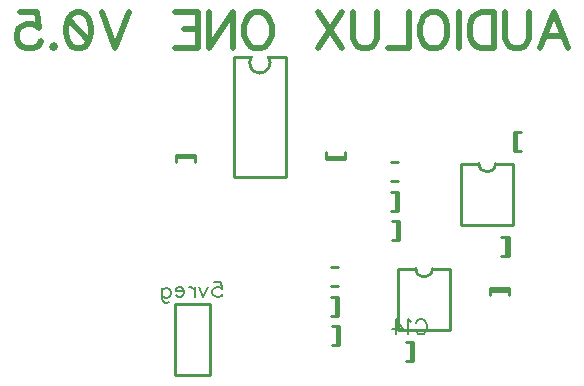
<source format=gbr>
G04 DipTrace 2.4.0.2*
%INBottomSilk.gbr*%
%MOIN*%
%ADD10C,0.0098*%
%ADD87C,0.0077*%
%ADD88C,0.0185*%
%FSLAX44Y44*%
G04*
G70*
G90*
G75*
G01*
%LNBotSilk*%
%LPD*%
X13753Y5658D2*
D10*
X12565D1*
Y8033D1*
X13753D1*
Y5658D1*
X13255Y12932D2*
X12626D1*
X13255Y13007D2*
X12626D1*
X13255D2*
Y12771D1*
X12626Y13007D2*
Y12771D1*
X17626Y12948D2*
X18255D1*
X17626Y12874D2*
X18255D1*
X17626D2*
Y13109D1*
X18255Y12874D2*
Y13109D1*
X19983Y10177D2*
Y10806D1*
X20058Y10177D2*
Y10806D1*
Y10177D2*
X19822D1*
X20058Y10806D2*
X19822D1*
X17983Y6677D2*
Y7306D1*
X18058Y6677D2*
Y7306D1*
Y6677D2*
X17822D1*
X18058Y7306D2*
X17822D1*
X17932Y7626D2*
Y8255D1*
X18007Y7626D2*
Y8255D1*
Y7626D2*
X17771D1*
X18007Y8255D2*
X17771D1*
X19932Y11126D2*
Y11755D1*
X20007Y11126D2*
Y11755D1*
Y11126D2*
X19771D1*
X20007Y11755D2*
X19771D1*
X20432Y6126D2*
Y6755D1*
X20507Y6126D2*
Y6755D1*
Y6126D2*
X20271D1*
X20507Y6755D2*
X20271D1*
X23621Y9626D2*
Y10255D1*
X23696Y9626D2*
Y10255D1*
Y9626D2*
X23460D1*
X23696Y10255D2*
X23460D1*
X23948Y13755D2*
Y13126D1*
X23874Y13755D2*
Y13126D1*
Y13755D2*
X24109D1*
X23874Y13126D2*
X24109D1*
X23704Y8483D2*
X23074D1*
X23704Y8558D2*
X23074D1*
X23704D2*
Y8322D1*
X23074Y8558D2*
Y8322D1*
X16277Y16268D2*
Y12285D1*
X14533Y16268D2*
Y12285D1*
X16277D2*
X14533D1*
X16277Y16268D2*
X15684D1*
X15125D2*
X14533D1*
X15684D2*
G02X15125Y16268I-280J-196D01*
G01*
X21747Y9214D2*
Y7167D1*
X20015Y9214D2*
Y7167D1*
X21747D2*
X20015D1*
X21747Y9214D2*
X21159D1*
X20604D2*
X20015D1*
X21159D2*
G02X20604Y9214I-278J1D01*
G01*
X23849Y12714D2*
Y10667D1*
X22117Y12714D2*
Y10667D1*
X23849D2*
X22117D1*
X23849Y12714D2*
X23261D1*
X22706D2*
X22117D1*
X23261D2*
G02X22706Y12714I-278J1D01*
G01*
X20007Y12126D2*
X19771D1*
X20007Y12755D2*
X19771D1*
X18007Y8626D2*
X17771D1*
X18007Y9255D2*
X17771D1*
X13871Y8765D2*
D87*
X14110D1*
X14134Y8550D1*
X14110Y8574D1*
X14038Y8598D1*
X13967D1*
X13895Y8574D1*
X13847Y8526D1*
X13823Y8454D1*
Y8407D1*
X13847Y8335D1*
X13895Y8287D1*
X13967Y8263D1*
X14038D1*
X14110Y8287D1*
X14134Y8311D1*
X14158Y8359D1*
X13669Y8598D2*
X13525Y8263D1*
X13382Y8598D1*
X13227D2*
Y8263D1*
Y8454D2*
X13203Y8526D1*
X13155Y8574D1*
X13107Y8598D1*
X13036D1*
X12881Y8454D2*
X12594D1*
Y8502D1*
X12618Y8550D1*
X12642Y8574D1*
X12690Y8598D1*
X12762D1*
X12809Y8574D1*
X12857Y8526D1*
X12881Y8454D1*
Y8407D1*
X12857Y8335D1*
X12809Y8287D1*
X12762Y8263D1*
X12690D1*
X12642Y8287D1*
X12594Y8335D1*
X12153Y8574D2*
Y8191D1*
X12177Y8120D1*
X12201Y8096D1*
X12249Y8072D1*
X12320D1*
X12368Y8096D1*
X12153Y8502D2*
X12201Y8550D1*
X12249Y8574D1*
X12320D1*
X12368Y8550D1*
X12416Y8502D1*
X12440Y8430D1*
Y8382D1*
X12416Y8311D1*
X12368Y8263D1*
X12320Y8239D1*
X12249D1*
X12201Y8263D1*
X12153Y8311D1*
X20603Y7407D2*
X20627Y7455D1*
X20675Y7503D1*
X20723Y7527D1*
X20818D1*
X20866Y7503D1*
X20914Y7455D1*
X20938Y7407D1*
X20962Y7335D1*
Y7216D1*
X20938Y7144D1*
X20914Y7096D1*
X20866Y7049D1*
X20818Y7024D1*
X20723D1*
X20675Y7049D1*
X20627Y7096D1*
X20603Y7144D1*
X20449Y7431D2*
X20401Y7455D1*
X20329Y7526D1*
Y7024D1*
X19935D2*
Y7526D1*
X20175Y7192D1*
X19816D1*
X24750Y16560D2*
D88*
X25210Y17766D1*
X25669Y16560D1*
X25497Y16962D2*
X24923D1*
X24380Y17766D2*
Y16905D1*
X24323Y16733D1*
X24207Y16619D1*
X24035Y16560D1*
X23921D1*
X23748Y16619D1*
X23633Y16733D1*
X23576Y16905D1*
Y17766D1*
X23205D2*
Y16560D1*
X22803D1*
X22631Y16619D1*
X22515Y16733D1*
X22458Y16848D1*
X22401Y17019D1*
Y17307D1*
X22458Y17480D1*
X22515Y17594D1*
X22631Y17709D1*
X22803Y17766D1*
X23205D1*
X22031D2*
Y16560D1*
X21315Y17766D2*
X21431Y17709D1*
X21545Y17594D1*
X21603Y17480D1*
X21660Y17307D1*
Y17019D1*
X21603Y16848D1*
X21545Y16733D1*
X21431Y16619D1*
X21315Y16560D1*
X21086D1*
X20972Y16619D1*
X20856Y16733D1*
X20799Y16848D1*
X20742Y17019D1*
Y17307D1*
X20799Y17480D1*
X20856Y17594D1*
X20972Y17709D1*
X21086Y17766D1*
X21315D1*
X20372D2*
Y16560D1*
X19683D1*
X19313Y17766D2*
Y16905D1*
X19256Y16733D1*
X19140Y16619D1*
X18968Y16560D1*
X18854D1*
X18681Y16619D1*
X18566Y16733D1*
X18509Y16905D1*
Y17766D1*
X18138D2*
X17335Y16560D1*
Y17766D2*
X18138Y16560D1*
X15453Y17766D2*
X15568Y17709D1*
X15682Y17594D1*
X15741Y17480D1*
X15798Y17307D1*
Y17019D1*
X15741Y16848D1*
X15682Y16733D1*
X15568Y16619D1*
X15453Y16560D1*
X15223D1*
X15109Y16619D1*
X14994Y16733D1*
X14937Y16848D1*
X14880Y17019D1*
Y17307D1*
X14937Y17480D1*
X14994Y17594D1*
X15109Y17709D1*
X15223Y17766D1*
X15453D1*
X13705D2*
Y16560D1*
X14509Y17766D1*
Y16560D1*
X12589Y17766D2*
X13335D1*
Y16560D1*
X12589D1*
X13335Y17192D2*
X12876D1*
X11052Y17766D2*
X10593Y16560D1*
X10134Y17766D1*
X9419Y17765D2*
X9591Y17708D1*
X9707Y17535D1*
X9764Y17249D1*
Y17076D1*
X9707Y16790D1*
X9591Y16618D1*
X9419Y16560D1*
X9305D1*
X9132Y16618D1*
X9018Y16790D1*
X8960Y17076D1*
Y17249D1*
X9018Y17535D1*
X9132Y17708D1*
X9305Y17765D1*
X9419D1*
X9018Y17535D2*
X9707Y16790D1*
X8532Y16676D2*
X8590Y16618D1*
X8532Y16560D1*
X8474Y16618D1*
X8532Y16676D1*
X7415Y17765D2*
X7988D1*
X8045Y17249D1*
X7988Y17306D1*
X7816Y17364D1*
X7645D1*
X7472Y17306D1*
X7357Y17192D1*
X7300Y17019D1*
Y16905D1*
X7357Y16733D1*
X7472Y16618D1*
X7645Y16560D1*
X7816D1*
X7988Y16618D1*
X8045Y16676D1*
X8104Y16790D1*
M02*

</source>
